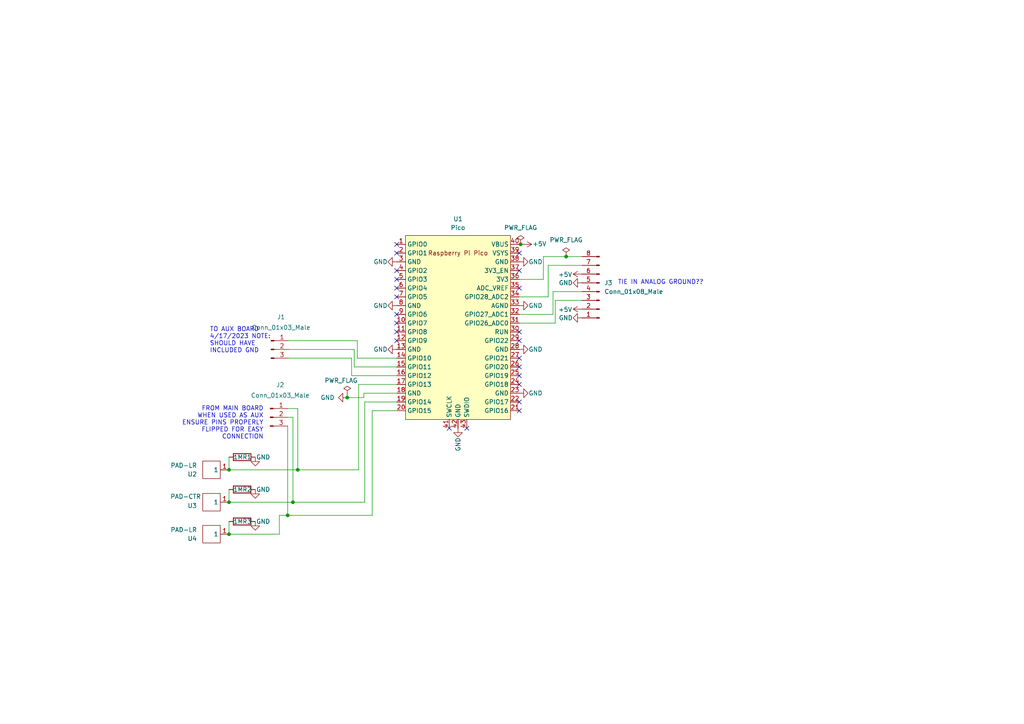
<source format=kicad_sch>
(kicad_sch (version 20230121) (generator eeschema)
  (paper "A4")
  (lib_symbols
    (symbol "Connector:Conn_01x03_Male" (pin_names (offset 1.016) hide)
      (property "Reference" "J" (at 0 5.08 0))
      (property "Value" "Conn_01x03_Male" (at 0 -5.08 0))
      (symbol "Conn_01x03_Male_1_1"
        (polyline (pts (xy 1.27 -2.54) (xy 0.8636 -2.54)) (stroke (width 0.1524)))
        (polyline (pts (xy 1.27 0) (xy 0.8636 0)) (stroke (width 0.1524)))
        (polyline (pts (xy 1.27 2.54) (xy 0.8636 2.54)) (stroke (width 0.1524)))
        (rectangle (start 0.8636 -2.413) (end 0 -2.667) (stroke (width 0.1524)) (fill (type outline)))
        (rectangle (start 0.8636 0.127) (end 0 -0.127) (stroke (width 0.1524)) (fill (type outline)))
        (rectangle (start 0.8636 2.667) (end 0 2.413) (stroke (width 0.1524)) (fill (type outline)))
        (pin passive line (at 5.08 2.54 180) (length 3.81) (name "Pin_1") (number "1"))
        (pin passive line (at 5.08 0 180) (length 3.81) (name "Pin_2") (number "2"))
        (pin passive line (at 5.08 -2.54 180) (length 3.81) (name "Pin_3") (number "3"))
      )
    )
    (symbol "Connector:Conn_01x08_Male" (pin_names (offset 1.016) hide)
      (property "Reference" "J" (at 0 10.16 0))
      (property "Value" "Conn_01x08_Male" (at 0 -12.7 0))
      (symbol "Conn_01x08_Male_1_1"
        (polyline (pts (xy 1.27 -10.16) (xy 0.8636 -10.16)) (stroke (width 0.1524)))
        (polyline (pts (xy 1.27 -7.62) (xy 0.8636 -7.62)) (stroke (width 0.1524)))
        (polyline (pts (xy 1.27 -5.08) (xy 0.8636 -5.08)) (stroke (width 0.1524)))
        (polyline (pts (xy 1.27 -2.54) (xy 0.8636 -2.54)) (stroke (width 0.1524)))
        (polyline (pts (xy 1.27 0) (xy 0.8636 0)) (stroke (width 0.1524)))
        (polyline (pts (xy 1.27 2.54) (xy 0.8636 2.54)) (stroke (width 0.1524)))
        (polyline (pts (xy 1.27 5.08) (xy 0.8636 5.08)) (stroke (width 0.1524)))
        (polyline (pts (xy 1.27 7.62) (xy 0.8636 7.62)) (stroke (width 0.1524)))
        (rectangle (start 0.8636 -10.033) (end 0 -10.287) (stroke (width 0.1524)) (fill (type outline)))
        (rectangle (start 0.8636 -7.493) (end 0 -7.747) (stroke (width 0.1524)) (fill (type outline)))
        (rectangle (start 0.8636 -4.953) (end 0 -5.207) (stroke (width 0.1524)) (fill (type outline)))
        (rectangle (start 0.8636 -2.413) (end 0 -2.667) (stroke (width 0.1524)) (fill (type outline)))
        (rectangle (start 0.8636 0.127) (end 0 -0.127) (stroke (width 0.1524)) (fill (type outline)))
        (rectangle (start 0.8636 2.667) (end 0 2.413) (stroke (width 0.1524)) (fill (type outline)))
        (rectangle (start 0.8636 5.207) (end 0 4.953) (stroke (width 0.1524)) (fill (type outline)))
        (rectangle (start 0.8636 7.747) (end 0 7.493) (stroke (width 0.1524)) (fill (type outline)))
        (pin passive line (at 5.08 7.62 180) (length 3.81) (name "Pin_1") (number "1"))
        (pin passive line (at 5.08 5.08 180) (length 3.81) (name "Pin_2") (number "2"))
        (pin passive line (at 5.08 2.54 180) (length 3.81) (name "Pin_3") (number "3"))
        (pin passive line (at 5.08 0 180) (length 3.81) (name "Pin_4") (number "4"))
        (pin passive line (at 5.08 -2.54 180) (length 3.81) (name "Pin_5") (number "5"))
        (pin passive line (at 5.08 -5.08 180) (length 3.81) (name "Pin_6") (number "6"))
        (pin passive line (at 5.08 -7.62 180) (length 3.81) (name "Pin_7") (number "7"))
        (pin passive line (at 5.08 -10.16 180) (length 3.81) (name "Pin_8") (number "8"))
      )
    )
    (symbol "Device:R" (pin_numbers hide) (pin_names (offset 0))
      (property "Reference" "R" (at 2.032 0 90))
      (property "Value" "R" (at 0 0 90))
      (symbol "R_0_1"
        (rectangle (start -1.016 -2.54) (end 1.016 2.54) (stroke (width 0.254)))
      )
      (symbol "R_1_1"
        (pin passive line (at 0 3.81 270) (length 1.27) (name "~") (number "1"))
        (pin passive line (at 0 -3.81 90) (length 1.27) (name "~") (number "2"))
      )
    )
    (symbol "JCC:PAD-LR"
      (property "Reference" "U" (at 0 3.81 0))
      (property "Value" "PAD-LR" (at 0 -3.81 0))
      (symbol "PAD-LR_0_1"
        (rectangle (start 2.54 2.54) (end -2.54 -2.54))
      )
      (symbol "PAD-LR_1_1"
        (pin input line (at -5.08 0 0) (length 2.54) (name "1") (number "1"))
      )
    )
    (symbol "MCU_RaspberryPi_and_Boards:Pico"
      (property "Reference" "U" (at -13.97 27.94 0))
      (property "Value" "Pico" (at 0 19.05 0))
      (symbol "Pico_0_0"
        (text "Raspberry Pi Pico" (at 0 21.59 0) (effects (font (size 1.27 1.27))))
      )
      (symbol "Pico_0_1"
        (rectangle (start -15.24 26.67) (end 15.24 -26.67) (fill (type background)))
      )
      (symbol "Pico_1_1"
        (pin bidirectional line (at -17.78 24.13 0) (length 2.54) (name "GPIO0") (number "1"))
        (pin bidirectional line (at -17.78 1.27 0) (length 2.54) (name "GPIO7") (number "10"))
        (pin bidirectional line (at -17.78 -1.27 0) (length 2.54) (name "GPIO8") (number "11"))
        (pin bidirectional line (at -17.78 -3.81 0) (length 2.54) (name "GPIO9") (number "12"))
        (pin power_in line (at -17.78 -6.35 0) (length 2.54) (name "GND") (number "13"))
        (pin bidirectional line (at -17.78 -8.89 0) (length 2.54) (name "GPIO10") (number "14"))
        (pin bidirectional line (at -17.78 -11.43 0) (length 2.54) (name "GPIO11") (number "15"))
        (pin bidirectional line (at -17.78 -13.97 0) (length 2.54) (name "GPIO12") (number "16"))
        (pin bidirectional line (at -17.78 -16.51 0) (length 2.54) (name "GPIO13") (number "17"))
        (pin power_in line (at -17.78 -19.05 0) (length 2.54) (name "GND") (number "18"))
        (pin bidirectional line (at -17.78 -21.59 0) (length 2.54) (name "GPIO14") (number "19"))
        (pin bidirectional line (at -17.78 21.59 0) (length 2.54) (name "GPIO1") (number "2"))
        (pin bidirectional line (at -17.78 -24.13 0) (length 2.54) (name "GPIO15") (number "20"))
        (pin bidirectional line (at 17.78 -24.13 180) (length 2.54) (name "GPIO16") (number "21"))
        (pin bidirectional line (at 17.78 -21.59 180) (length 2.54) (name "GPIO17") (number "22"))
        (pin power_in line (at 17.78 -19.05 180) (length 2.54) (name "GND") (number "23"))
        (pin bidirectional line (at 17.78 -16.51 180) (length 2.54) (name "GPIO18") (number "24"))
        (pin bidirectional line (at 17.78 -13.97 180) (length 2.54) (name "GPIO19") (number "25"))
        (pin bidirectional line (at 17.78 -11.43 180) (length 2.54) (name "GPIO20") (number "26"))
        (pin bidirectional line (at 17.78 -8.89 180) (length 2.54) (name "GPIO21") (number "27"))
        (pin power_in line (at 17.78 -6.35 180) (length 2.54) (name "GND") (number "28"))
        (pin bidirectional line (at 17.78 -3.81 180) (length 2.54) (name "GPIO22") (number "29"))
        (pin power_in line (at -17.78 19.05 0) (length 2.54) (name "GND") (number "3"))
        (pin input line (at 17.78 -1.27 180) (length 2.54) (name "RUN") (number "30"))
        (pin bidirectional line (at 17.78 1.27 180) (length 2.54) (name "GPIO26_ADC0") (number "31"))
        (pin bidirectional line (at 17.78 3.81 180) (length 2.54) (name "GPIO27_ADC1") (number "32"))
        (pin power_in line (at 17.78 6.35 180) (length 2.54) (name "AGND") (number "33"))
        (pin bidirectional line (at 17.78 8.89 180) (length 2.54) (name "GPIO28_ADC2") (number "34"))
        (pin power_in line (at 17.78 11.43 180) (length 2.54) (name "ADC_VREF") (number "35"))
        (pin power_in line (at 17.78 13.97 180) (length 2.54) (name "3V3") (number "36"))
        (pin input line (at 17.78 16.51 180) (length 2.54) (name "3V3_EN") (number "37"))
        (pin bidirectional line (at 17.78 19.05 180) (length 2.54) (name "GND") (number "38"))
        (pin power_in line (at 17.78 21.59 180) (length 2.54) (name "VSYS") (number "39"))
        (pin bidirectional line (at -17.78 16.51 0) (length 2.54) (name "GPIO2") (number "4"))
        (pin power_in line (at 17.78 24.13 180) (length 2.54) (name "VBUS") (number "40"))
        (pin input line (at -2.54 -29.21 90) (length 2.54) (name "SWCLK") (number "41"))
        (pin power_in line (at 0 -29.21 90) (length 2.54) (name "GND") (number "42"))
        (pin bidirectional line (at 2.54 -29.21 90) (length 2.54) (name "SWDIO") (number "43"))
        (pin bidirectional line (at -17.78 13.97 0) (length 2.54) (name "GPIO3") (number "5"))
        (pin bidirectional line (at -17.78 11.43 0) (length 2.54) (name "GPIO4") (number "6"))
        (pin bidirectional line (at -17.78 8.89 0) (length 2.54) (name "GPIO5") (number "7"))
        (pin power_in line (at -17.78 6.35 0) (length 2.54) (name "GND") (number "8"))
        (pin bidirectional line (at -17.78 3.81 0) (length 2.54) (name "GPIO6") (number "9"))
      )
    )
    (symbol "PAD-LR_1"
      (property "Reference" "U" (at 0 3.81 0))
      (property "Value" "PAD-LR_1" (at 0 -3.81 0))
      (symbol "PAD-LR_1_0_1"
        (rectangle (start 2.54 2.54) (end -2.54 -2.54))
      )
      (symbol "PAD-LR_1_1_1"
        (pin input line (at -5.08 0 0) (length 2.54) (name "1") (number "1"))
      )
    )
    (symbol "PAD-LR_2"
      (property "Reference" "U" (at 0 3.81 0))
      (property "Value" "PAD-LR_2" (at 0 -3.81 0))
      (symbol "PAD-LR_2_0_1"
        (rectangle (start 2.54 2.54) (end -2.54 -2.54))
      )
      (symbol "PAD-LR_2_1_1"
        (pin input line (at -5.08 0 0) (length 2.54) (name "1") (number "1"))
      )
    )
    (symbol "power:+5V" (power) (pin_names (offset 0))
      (property "Value" "+5V" (at 0 3.556 0))
      (symbol "+5V_0_1"
        (polyline (pts (xy -0.762 1.27) (xy 0 2.54)))
        (polyline (pts (xy 0 0) (xy 0 2.54)))
        (polyline (pts (xy 0 2.54) (xy 0.762 1.27)))
      )
      (symbol "+5V_1_1"
        (pin power_in line (at 0 0 90) (length 0) hide (name "+5V") (number "1"))
      )
    )
    (symbol "power:GND" (power) (pin_names (offset 0))
      (property "Value" "GND" (at 0 -3.81 0))
      (symbol "GND_0_1"
        (polyline (pts (xy 0 0) (xy 0 -1.27) (xy 1.27 -1.27) (xy 0 -2.54) (xy -1.27 -1.27) (xy 0 -1.27)))
      )
      (symbol "GND_1_1"
        (pin power_in line (at 0 0 270) (length 0) hide (name "GND") (number "1"))
      )
    )
    (symbol "power:PWR_FLAG" (power) (pin_numbers hide) (pin_names (offset 0) hide)
      (property "Value" "PWR_FLAG" (at 0 3.81 0))
      (symbol "PWR_FLAG_0_0"
        (pin power_out line (at 0 0 90) (length 0) (name "pwr") (number "1"))
      )
      (symbol "PWR_FLAG_0_1"
        (polyline (pts (xy 0 0) (xy 0 1.27) (xy -1.016 1.905) (xy 0 2.54) (xy 1.016 1.905) (xy 0 1.27)))
      )
    )
  )
  (junction (at 66.421 145.669))
  (junction (at 83.439 149.479))
  (junction (at 164.211 74.422))
  (junction (at 86.36 136.271))
  (junction (at 66.421 154.94))
  (junction (at 66.421 136.271))
  (junction (at 84.963 145.669))
  (junction (at 151.003 70.866))
  (junction (at 100.711 115.316))
  (no_connect (at 150.622 83.566))
  (no_connect (at 115.062 83.566))
  (no_connect (at 150.622 108.966))
  (no_connect (at 115.062 73.406))
  (no_connect (at 135.382 124.206))
  (no_connect (at 150.622 119.126))
  (no_connect (at 150.622 111.506))
  (no_connect (at 150.622 106.426))
  (no_connect (at 115.062 91.186))
  (no_connect (at 150.622 116.586))
  (no_connect (at 150.622 73.406))
  (no_connect (at 150.622 98.806))
  (no_connect (at 150.622 96.266))
  (no_connect (at 115.062 81.026))
  (no_connect (at 150.622 103.886))
  (no_connect (at 150.622 78.486))
  (no_connect (at 115.062 93.726))
  (no_connect (at 115.062 70.866))
  (no_connect (at 130.302 124.206))
  (no_connect (at 115.062 86.106))
  (no_connect (at 115.062 78.486))
  (no_connect (at 115.062 96.266))
  (no_connect (at 115.062 98.806))
  (wire (pts (xy 66.421 136.271) (xy 86.36 136.271)))
  (wire (pts (xy 105.537 115.316) (xy 105.537 114.046)))
  (wire (pts (xy 115.062 116.586) (xy 105.791 116.586)))
  (wire (pts (xy 102.743 106.426) (xy 115.062 106.426)))
  (wire (pts (xy 107.95 119.126) (xy 115.062 119.126)))
  (wire (pts (xy 115.062 103.886) (xy 103.632 103.886)))
  (wire (pts (xy 159.004 76.962) (xy 168.783 76.962)))
  (wire (pts (xy 102.743 101.346) (xy 102.743 106.426)))
  (wire (pts (xy 81.026 149.479) (xy 83.439 149.479)))
  (wire (pts (xy 160.401 84.582) (xy 168.783 84.582)))
  (wire (pts (xy 100.711 115.316) (xy 105.537 115.316)))
  (wire (pts (xy 104.013 136.271) (xy 104.013 111.506)))
  (wire (pts (xy 84.963 121.031) (xy 84.963 145.669)))
  (wire (pts (xy 105.791 116.586) (xy 105.791 145.669)))
  (wire (pts (xy 164.211 74.422) (xy 168.783 74.422)))
  (wire (pts (xy 66.421 145.669) (xy 84.963 145.669)))
  (wire (pts (xy 66.421 145.669) (xy 66.421 141.986)))
  (wire (pts (xy 105.791 145.669) (xy 84.963 145.669)))
  (wire (pts (xy 161.036 87.122) (xy 168.783 87.122)))
  (wire (pts (xy 150.622 91.186) (xy 160.401 91.186)))
  (wire (pts (xy 157.607 81.026) (xy 157.607 74.422)))
  (wire (pts (xy 150.622 70.866) (xy 151.003 70.866)))
  (wire (pts (xy 150.622 86.106) (xy 159.004 86.106)))
  (wire (pts (xy 66.421 136.271) (xy 66.421 132.588)))
  (wire (pts (xy 159.004 86.106) (xy 159.004 76.962)))
  (wire (pts (xy 150.622 81.026) (xy 157.607 81.026)))
  (wire (pts (xy 83.439 121.031) (xy 84.963 121.031)))
  (wire (pts (xy 66.421 154.94) (xy 81.026 154.94)))
  (wire (pts (xy 81.026 154.94) (xy 81.026 149.479)))
  (wire (pts (xy 83.439 123.571) (xy 83.439 149.479)))
  (wire (pts (xy 157.607 74.422) (xy 164.211 74.422)))
  (wire (pts (xy 107.95 149.479) (xy 107.95 119.126)))
  (wire (pts (xy 86.36 136.271) (xy 104.013 136.271)))
  (wire (pts (xy 83.693 103.886) (xy 101.981 103.886)))
  (wire (pts (xy 104.013 111.506) (xy 115.062 111.506)))
  (wire (pts (xy 100.711 115.316) (xy 100.711 114.554)))
  (wire (pts (xy 101.981 103.886) (xy 101.981 108.966)))
  (wire (pts (xy 83.439 149.479) (xy 107.95 149.479)))
  (wire (pts (xy 150.622 93.726) (xy 161.036 93.726)))
  (wire (pts (xy 86.36 118.491) (xy 86.36 136.271)))
  (wire (pts (xy 83.693 98.806) (xy 103.632 98.806)))
  (wire (pts (xy 161.036 93.726) (xy 161.036 87.122)))
  (wire (pts (xy 105.537 114.046) (xy 115.062 114.046)))
  (wire (pts (xy 66.421 154.94) (xy 66.421 151.257)))
  (wire (pts (xy 151.003 70.866) (xy 151.638 70.866)))
  (wire (pts (xy 83.439 118.491) (xy 86.36 118.491)))
  (wire (pts (xy 160.401 91.186) (xy 160.401 84.582)))
  (wire (pts (xy 83.693 101.346) (xy 102.743 101.346)))
  (wire (pts (xy 101.981 108.966) (xy 115.062 108.966)))
  (wire (pts (xy 103.632 103.886) (xy 103.632 98.806)))
  (text "TO AUX BOARD\n4/17/2023 NOTE:\nSHOULD HAVE\nINCLUDED GND" (at 60.833 102.489 0) (effects (font (size 1.27 1.27)) (justify left bottom)))
  (text "FROM MAIN BOARD\nWHEN USED AS AUX\nENSURE PINS PROPERLY\nFLIPPED FOR EASY\nCONNECTION" (at 76.454 127.508 0) (effects (font (size 1.27 1.27)) (justify right bottom)))
  (text "TIE IN ANALOG GROUND??" (at 179.197 82.677 0) (effects (font (size 1.27 1.27)) (justify left bottom)))
  (symbol (lib_id "Device:R") (at 70.231 141.986 90) (unit 1)
    (property "Reference" "R2" (at 71.628 141.986 90))
    (property "Value" "1M" (at 69.088 141.986 90))
    (property "Footprint" "JCC:R_0805_2012Metric_Pad1.20x1.40mm_HandSolder-THT-JSC" (effects hide))
  )
  (symbol (lib_id "MCU_RaspberryPi_and_Boards:Pico") (at 132.842 94.996 0) (unit 1)
    (property "Reference" "U1" (at 132.842 63.5 0))
    (property "Value" "Pico" (at 132.842 66.04 0))
    (property "Footprint" "RPi_Pico:RPi_Pico_SMD_TH" (effects hide))
  )
  (symbol (lib_id "power:GND") (at 100.711 115.316 270) (unit 1)
    (property "Reference" "#PWR0101" (effects hide))
    (property "Value" "GND" (at 94.996 115.316 90))
  )
  (symbol (lib_id "power:PWR_FLAG") (at 151.003 70.866 0) (unit 1)
    (property "Reference" "#FLG0103" (effects hide))
    (property "Value" "PWR_FLAG" (at 151.003 66.04 0))
  )
  (symbol (lib_id "power:GND") (at 115.062 75.946 270) (unit 1)
    (property "Reference" "#PWR0102" (effects hide))
    (property "Value" "GND" (at 110.363 75.946 90))
  )
  (symbol (lib_id "power:GND") (at 150.622 101.346 90) (unit 1)
    (property "Reference" "#PWR0103" (effects hide))
    (property "Value" "GND" (at 155.321 101.346 90))
  )
  (symbol (lib_id "power:GND") (at 74.041 141.986 0) (unit 1)
    (property "Reference" "#PWR0109" (effects hide))
    (property "Value" "GND" (at 76.327 141.986 0))
  )
  (symbol (lib_id "power:+5V") (at 151.638 70.866 270) (unit 1)
    (property "Reference" "#PWR0106" (effects hide))
    (property "Value" "+5V" (at 154.432 70.739 90) (effects (justify left)))
  )
  (symbol (lib_id "JCC:PAD-LR") (at 61.341 145.669 180) (unit 1)
    (property "Reference" "U3" (at 55.753 146.685 0))
    (property "Value" "PAD-CTR" (at 53.848 144.018 0))
    (property "Footprint" "JCC:pad-ctr" (effects hide))
  )
  (symbol (lib_id "power:GND") (at 150.622 88.646 90) (unit 1)
    (property "Reference" "#PWR0112" (effects hide))
    (property "Value" "GND" (at 155.321 88.646 90))
  )
  (symbol (lib_id "Connector:Conn_01x03_Male") (at 78.359 121.031 0) (unit 1)
    (property "Reference" "J2" (at 81.28 111.633 0))
    (property "Value" "Conn_01x03_Male" (at 81.28 114.681 0))
    (property "Footprint" "Connector_PinHeader_2.54mm:PinHeader_1x03_P2.54mm_Vertical" (effects hide))
  )
  (symbol (lib_id "power:+5V") (at 168.783 89.662 90) (unit 1)
    (property "Reference" "#PWR0108" (effects hide))
    (property "Value" "+5V" (at 165.989 89.789 90) (effects (justify left)))
  )
  (symbol (lib_id "power:GND") (at 74.041 132.588 0) (unit 1)
    (property "Reference" "#PWR0111" (effects hide))
    (property "Value" "GND" (at 76.327 132.588 0))
  )
  (symbol (lib_id "power:GND") (at 115.062 88.646 270) (unit 1)
    (property "Reference" "#PWR0116" (effects hide))
    (property "Value" "GND" (at 110.363 88.646 90))
  )
  (symbol (lib_name "PAD-LR_1") (lib_id "JCC:PAD-LR") (at 61.341 136.271 180) (unit 1)
    (property "Reference" "U2" (at 57.15 137.5411 0) (effects (justify left)))
    (property "Value" "PAD-LR" (at 57.15 135.0011 0) (effects (justify left)))
    (property "Footprint" "JCC:pad-lr" (effects hide))
  )
  (symbol (lib_id "power:PWR_FLAG") (at 164.211 74.422 0) (unit 1)
    (property "Reference" "#FLG0102" (effects hide))
    (property "Value" "PWR_FLAG" (at 164.211 69.596 0))
  )
  (symbol (lib_id "power:GND") (at 168.783 92.202 270) (unit 1)
    (property "Reference" "#PWR0107" (effects hide))
    (property "Value" "GND" (at 164.084 92.202 90))
  )
  (symbol (lib_id "power:GND") (at 168.783 82.042 270) (unit 1)
    (property "Reference" "#PWR0104" (effects hide))
    (property "Value" "GND" (at 164.084 82.042 90))
  )
  (symbol (lib_id "power:+5V") (at 168.783 79.502 90) (unit 1)
    (property "Reference" "#PWR0105" (effects hide))
    (property "Value" "+5V" (at 165.989 79.629 90) (effects (justify left)))
  )
  (symbol (lib_id "power:GND") (at 74.041 151.257 0) (unit 1)
    (property "Reference" "#PWR0110" (effects hide))
    (property "Value" "GND" (at 76.327 151.257 0))
  )
  (symbol (lib_id "power:GND") (at 115.062 101.346 270) (unit 1)
    (property "Reference" "#PWR0117" (effects hide))
    (property "Value" "GND" (at 110.363 101.346 90))
  )
  (symbol (lib_id "Device:R") (at 70.231 132.588 90) (unit 1)
    (property "Reference" "R1" (at 71.628 132.588 90))
    (property "Value" "1M" (at 69.088 132.588 90))
    (property "Footprint" "JCC:R_0805_2012Metric_Pad1.20x1.40mm_HandSolder-THT-JSC" (effects hide))
  )
  (symbol (lib_name "PAD-LR_2") (lib_id "JCC:PAD-LR") (at 61.341 154.94 180) (unit 1)
    (property "Reference" "U4" (at 57.15 156.2101 0) (effects (justify left)))
    (property "Value" "PAD-LR" (at 57.15 153.6701 0) (effects (justify left)))
    (property "Footprint" "JCC:pad-lr" (effects hide))
  )
  (symbol (lib_id "power:PWR_FLAG") (at 100.711 114.554 0) (unit 1)
    (property "Reference" "#FLG0101" (effects hide))
    (property "Value" "PWR_FLAG" (at 98.933 110.363 0))
  )
  (symbol (lib_id "power:GND") (at 150.622 114.046 90) (unit 1)
    (property "Reference" "#PWR0113" (effects hide))
    (property "Value" "GND" (at 155.321 114.046 90))
  )
  (symbol (lib_id "power:GND") (at 150.622 75.946 90) (unit 1)
    (property "Reference" "#PWR0115" (effects hide))
    (property "Value" "GND" (at 155.321 75.946 90))
  )
  (symbol (lib_id "Device:R") (at 70.231 151.257 90) (unit 1)
    (property "Reference" "R3" (at 71.628 151.257 90))
    (property "Value" "1M" (at 69.088 151.257 90))
    (property "Footprint" "JCC:R_0805_2012Metric_Pad1.20x1.40mm_HandSolder-THT-JSC" (effects hide))
  )
  (symbol (lib_id "Connector:Conn_01x03_Male") (at 78.613 101.346 0) (unit 1)
    (property "Reference" "J1" (at 81.534 91.948 0))
    (property "Value" "Conn_01x03_Male" (at 81.534 94.996 0))
    (property "Footprint" "Connector_PinHeader_2.54mm:PinHeader_1x03_P2.54mm_Vertical" (effects hide))
  )
  (symbol (lib_id "power:GND") (at 132.842 124.206 0) (unit 1)
    (property "Reference" "#PWR0114" (effects hide))
    (property "Value" "GND" (at 132.842 128.905 90))
  )
  (symbol (lib_id "Connector:Conn_01x08_Male") (at 173.863 84.582 180) (unit 1)
    (property "Reference" "J3" (at 175.26 82.0419 0) (effects (justify right)))
    (property "Value" "Conn_01x08_Male" (at 175.26 84.5819 0) (effects (justify right)))
    (property "Footprint" "Connector_PinHeader_2.54mm:PinHeader_1x08_P2.54mm_Vertical" (effects hide))
  )
)
</source>
